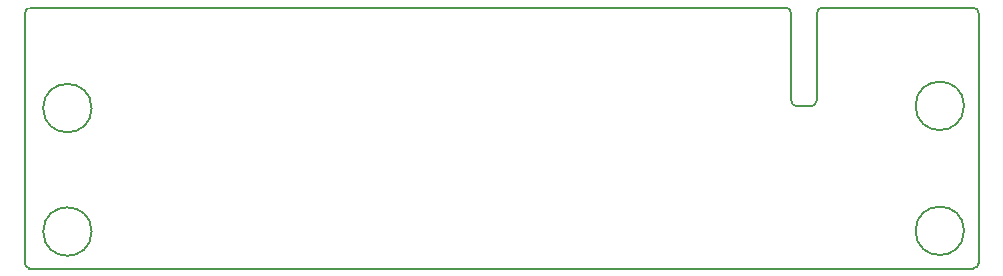
<source format=gbr>
G04 #@! TF.GenerationSoftware,KiCad,Pcbnew,(5.0.1-3-g963ef8bb5)*
G04 #@! TF.CreationDate,2020-10-05T19:50:21+01:00*
G04 #@! TF.ProjectId,ACE_Backplane_Adaptor_B,4143455F4261636B706C616E655F4164,rev?*
G04 #@! TF.SameCoordinates,Original*
G04 #@! TF.FileFunction,Profile,NP*
%FSLAX46Y46*%
G04 Gerber Fmt 4.6, Leading zero omitted, Abs format (unit mm)*
G04 Created by KiCad (PCBNEW (5.0.1-3-g963ef8bb5)) date Monday, 05 October 2020 at 19:50:21*
%MOMM*%
%LPD*%
G01*
G04 APERTURE LIST*
%ADD10C,0.200000*%
%ADD11C,0.150000*%
G04 APERTURE END LIST*
D10*
X188994000Y-86556184D02*
G75*
G03X188994000Y-86556184I-2050000J0D01*
G01*
X115131017Y-86746979D02*
G75*
G03X115131017Y-86746979I-2050000J0D01*
G01*
X188994000Y-97137000D02*
G75*
G03X188994000Y-97137000I-2050000J0D01*
G01*
X115131017Y-97196979D02*
G75*
G03X115131017Y-97196979I-2050000J0D01*
G01*
D11*
X109474000Y-99822000D02*
X109474000Y-78740000D01*
X109474000Y-99822000D02*
G75*
G03X109870634Y-100330000I523634J0D01*
G01*
X189738000Y-100330000D02*
G75*
G03X190246000Y-99822000I0J508000D01*
G01*
X109982000Y-78232000D02*
X173863000Y-78232000D01*
X190246000Y-78740000D02*
G75*
G03X189738000Y-78232000I-508000J0D01*
G01*
X190246000Y-99822000D02*
X190246000Y-78740000D01*
X173856857Y-78232000D02*
G75*
G02X174364857Y-78740000I0J-508000D01*
G01*
X109855000Y-100330000D02*
X189738000Y-100330000D01*
X176523857Y-78740000D02*
G75*
G02X177031857Y-78232000I508000J0D01*
G01*
X109982000Y-78232000D02*
G75*
G03X109474000Y-78740000I0J-508000D01*
G01*
X177038000Y-78232000D02*
X189738000Y-78232000D01*
X176523857Y-86094102D02*
G75*
G02X176015857Y-86602102I-508000J0D01*
G01*
X174872857Y-86602102D02*
G75*
G02X174364857Y-86094102I0J508000D01*
G01*
X176015857Y-86602102D02*
X174872857Y-86602102D01*
X174364857Y-86094102D02*
X174364857Y-78728102D01*
X176523857Y-78728102D02*
X176523857Y-86094102D01*
M02*

</source>
